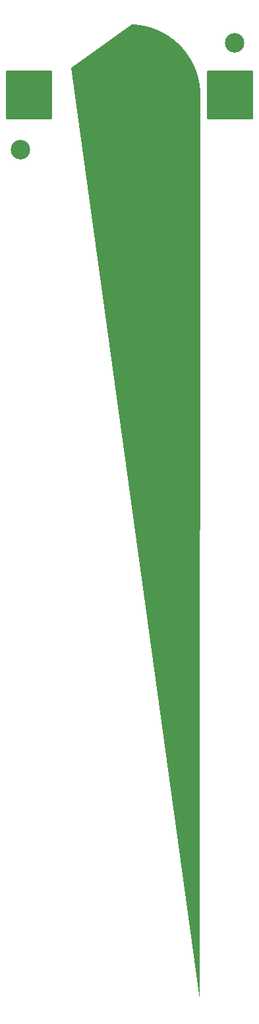
<source format=gbr>
%TF.GenerationSoftware,KiCad,Pcbnew,8.0.8*%
%TF.CreationDate,2025-02-11T09:57:58-05:00*%
%TF.ProjectId,BLERoomSensore,424c4552-6f6f-46d5-9365-6e736f72652e,rev?*%
%TF.SameCoordinates,Original*%
%TF.FileFunction,Soldermask,Bot*%
%TF.FilePolarity,Negative*%
%FSLAX46Y46*%
G04 Gerber Fmt 4.6, Leading zero omitted, Abs format (unit mm)*
G04 Created by KiCad (PCBNEW 8.0.8) date 2025-02-11 09:57:58*
%MOMM*%
%LPD*%
G01*
G04 APERTURE LIST*
G04 Aperture macros list*
%AMRoundRect*
0 Rectangle with rounded corners*
0 $1 Rounding radius*
0 $2 $3 $4 $5 $6 $7 $8 $9 X,Y pos of 4 corners*
0 Add a 4 corners polygon primitive as box body*
4,1,4,$2,$3,$4,$5,$6,$7,$8,$9,$2,$3,0*
0 Add four circle primitives for the rounded corners*
1,1,$1+$1,$2,$3*
1,1,$1+$1,$4,$5*
1,1,$1+$1,$6,$7*
1,1,$1+$1,$8,$9*
0 Add four rect primitives between the rounded corners*
20,1,$1+$1,$2,$3,$4,$5,0*
20,1,$1+$1,$4,$5,$6,$7,0*
20,1,$1+$1,$6,$7,$8,$9,0*
20,1,$1+$1,$8,$9,$2,$3,0*%
%AMFreePoly0*
4,1,576,7.807548,5.596746,8.407674,5.556572,8.414456,5.555890,9.010559,5.475722,9.017281,5.474588,9.606698,5.354784,9.613329,5.353204,10.193428,5.194298,10.199939,5.192278,10.768129,4.994981,10.774490,4.992531,11.328233,4.757724,11.334416,4.754855,11.871239,4.483586,11.877217,4.480310,12.394722,4.173791,12.400468,4.170123,12.896345,3.829723,12.901832,3.825680,13.373865,3.452920,
13.379071,3.448518,13.825152,3.045061,13.830052,3.040323,14.248189,2.607973,14.252762,2.602917,14.641087,2.143603,14.645311,2.138253,15.002091,1.654028,15.005949,1.648408,15.329589,1.141434,15.333063,1.135569,15.622119,0.608110,15.625193,0.602026,15.878372,0.056438,15.881033,0.050163,16.097206,-0.511116,16.099442,-0.517556,16.277643,-1.092021,16.279444,-1.098595,16.418876,-1.683680,
16.420234,-1.690360,16.520276,-2.283451,16.521185,-2.290207,16.581390,-2.888656,16.581845,-2.895458,16.601943,-3.496592,16.601943,-3.503408,16.581845,-4.104542,16.581390,-4.111344,16.521185,-4.709793,16.520276,-4.716549,16.420234,-5.309640,16.418876,-5.316320,16.279444,-5.901405,16.277643,-5.907979,16.099442,-6.482444,16.097206,-6.488884,15.881033,-7.050163,15.878372,-7.056438,15.625193,-7.602026,
15.622119,-7.608110,15.333063,-8.135569,15.329589,-8.141434,15.005949,-8.648408,15.002091,-8.654028,14.645311,-9.138253,14.641087,-9.143603,14.252762,-9.602917,14.248189,-9.607973,13.830052,-10.040323,13.825152,-10.045061,13.379071,-10.448518,13.373865,-10.452920,12.901832,-10.825680,12.896345,-10.829723,12.400468,-11.170123,12.394722,-11.173791,11.877217,-11.480310,11.871239,-11.483586,11.334416,-11.754855,
11.328233,-11.757724,10.774490,-11.992531,10.768129,-11.994981,10.199939,-12.192278,10.193428,-12.194298,9.613329,-12.353204,9.606698,-12.354784,9.017281,-12.474588,9.010559,-12.475722,8.414456,-12.555890,8.407674,-12.556572,7.807548,-12.596746,7.800735,-12.596974,7.199265,-12.596974,7.192452,-12.596746,6.592326,-12.556572,6.585544,-12.555890,5.989441,-12.475722,5.982719,-12.474588,5.393302,-12.354784,
5.386671,-12.353204,4.806572,-12.194298,4.800061,-12.192278,4.231871,-11.994981,4.225510,-11.992531,3.671767,-11.757724,3.665584,-11.754855,3.128761,-11.483586,3.122783,-11.480310,2.605278,-11.173791,2.599532,-11.170123,2.103655,-10.829723,2.098168,-10.825680,1.626135,-10.452920,1.620929,-10.448518,1.174848,-10.045061,1.169948,-10.040323,0.751811,-9.607973,0.747238,-9.602917,0.358913,-9.143603,
0.354689,-9.138253,-0.002091,-8.654028,-0.005949,-8.648408,-0.329589,-8.141434,-0.333063,-8.135569,-0.622119,-7.608110,-0.625193,-7.602026,-0.878372,-7.056438,-0.881033,-7.050163,-1.097206,-6.488884,-1.099442,-6.482444,-1.277643,-5.907979,-1.279444,-5.901405,-1.418876,-5.316320,-1.420234,-5.309640,-1.520276,-4.716549,-1.521185,-4.709793,-1.581390,-4.111344,-1.581845,-4.104542,-1.601943,-3.503408,
-1.601943,-3.500000,0.097061,-3.500000,0.116809,-4.040381,0.175951,-4.577879,0.274170,-5.109623,0.410939,-5.632772,0.585538,-6.144562,0.797020,-6.642221,1.044275,-7.123137,1.325958,-7.584692,1.640602,-8.024485,1.986503,-8.440127,2.361807,-8.829398,2.764532,-9.190242,3.192539,-9.520737,3.643508,-9.819096,4.115059,-10.083743,4.604679,-10.313268,5.109741,-10.506437,5.627541,-10.662220,
6.155358,-10.779796,6.690328,-10.858527,7.148000,-10.892025,7.148000,-9.087320,6.792752,-9.057085,6.784164,-9.055985,6.324026,-8.977087,6.315562,-8.975263,5.863773,-8.857626,5.855495,-8.855091,5.415309,-8.699564,5.407275,-8.696335,4.981865,-8.504037,4.974134,-8.500139,4.566565,-8.272457,4.559193,-8.267918,4.172401,-8.006492,4.165440,-8.001344,3.802211,-7.708058,3.795711,-7.702338,
3.458663,-7.379304,3.452672,-7.373053,3.144234,-7.022599,3.138795,-7.015862,2.861189,-6.640513,2.856341,-6.633340,2.611566,-6.235801,2.607344,-6.228243,2.397165,-5.811378,2.393598,-5.803488,2.219529,-5.370300,2.216645,-5.362137,2.079940,-4.915747,2.077758,-4.907368,1.979401,-4.450994,1.977938,-4.442461,1.918640,-3.979389,1.917906,-3.970762,1.898092,-3.504329,1.898092,-3.500000,
3.597298,-3.500000,3.616091,-3.882529,3.672289,-4.261381,3.765348,-4.632896,3.894371,-4.993493,4.058128,-5.339727,4.255021,-5.668223,4.483169,-5.975844,4.740373,-6.259626,5.024155,-6.516830,5.331776,-6.744978,5.660272,-6.941871,6.006506,-7.105628,6.367103,-7.234651,6.738618,-7.327710,7.117471,-7.383909,7.148000,-7.385408,7.148000,-5.569373,6.914853,-5.518655,6.900890,-5.514555,
6.633525,-5.414833,6.620287,-5.408787,6.369835,-5.272030,6.357592,-5.264162,6.129153,-5.093154,6.118154,-5.083624,5.916376,-4.881846,5.906846,-4.870847,5.735838,-4.642408,5.727970,-4.630165,5.591213,-4.379713,5.585167,-4.366475,5.485445,-4.099110,5.481345,-4.085147,5.420688,-3.806312,5.418617,-3.791907,5.398260,-3.507277,5.398260,-3.492723,5.418617,-3.208093,5.420688,-3.193688,
5.481345,-2.914853,5.485445,-2.900890,5.585167,-2.633525,5.591213,-2.620287,5.727970,-2.369835,5.735838,-2.357592,5.906846,-2.129153,5.916376,-2.118154,6.118154,-1.916376,6.129153,-1.906846,6.357592,-1.735838,6.369835,-1.727970,6.620287,-1.591213,6.633525,-1.585167,6.900890,-1.485445,6.914853,-1.481345,7.193688,-1.420688,7.208093,-1.418617,7.492723,-1.398260,7.507277,-1.398260,
7.791907,-1.418617,7.806312,-1.420688,8.085147,-1.481345,8.099110,-1.485445,8.366475,-1.585167,8.379713,-1.591213,8.630165,-1.727970,8.642408,-1.735838,8.870847,-1.906846,8.881846,-1.916376,9.083624,-2.118154,9.093154,-2.129153,9.264162,-2.357592,9.272030,-2.369835,9.408787,-2.620287,9.414833,-2.633525,9.514555,-2.900890,9.518655,-2.914853,9.579312,-3.193688,9.581383,-3.208093,
9.601740,-3.492723,9.601740,-3.507277,9.581383,-3.791907,9.579312,-3.806312,9.518655,-4.085147,9.514555,-4.099110,9.414833,-4.366475,9.408787,-4.379713,9.272030,-4.630165,9.264162,-4.642408,9.093154,-4.870847,9.083624,-4.881846,8.881846,-5.083624,8.870847,-5.093154,8.642408,-5.264162,8.630165,-5.272030,8.379713,-5.408787,8.366475,-5.414833,8.099110,-5.514555,8.085147,-5.518655,
7.852000,-5.569373,7.852000,-7.385408,7.882528,-7.383909,8.261381,-7.327710,8.632896,-7.234651,8.993493,-7.105628,9.339727,-6.941871,9.668223,-6.744978,9.975844,-6.516830,10.259626,-6.259626,10.516830,-5.975844,10.744978,-5.668223,10.941871,-5.339727,11.105628,-4.993493,11.234651,-4.632896,11.327710,-4.261381,11.383908,-3.882529,11.402701,-3.500000,11.383908,-3.117470,11.327710,-2.738618,
11.234651,-2.367103,11.105628,-2.006506,10.941871,-1.660272,10.744978,-1.331776,10.516830,-1.024155,10.259626,-0.740373,9.975844,-0.483169,9.668223,-0.255021,9.339727,-0.058128,8.993493,0.105628,8.632896,0.234651,8.261381,0.327710,7.882529,0.383908,7.500000,0.402701,7.117470,0.383908,6.738618,0.327710,6.367103,0.234651,6.006506,0.105628,5.660272,-0.058128,5.331776,-0.255021,
5.024155,-0.483169,4.740373,-0.740373,4.483169,-1.024155,4.255021,-1.331776,4.058128,-1.660272,3.894371,-2.006506,3.765348,-2.367103,3.672289,-2.738618,3.616091,-3.117470,3.597298,-3.500000,1.898092,-3.500000,1.898092,-3.495671,1.917906,-3.029238,1.918640,-3.020611,1.977938,-2.557539,1.979401,-2.549006,2.077758,-2.092632,2.079940,-2.084253,2.216645,-1.637863,2.219529,-1.629700,
2.393598,-1.196512,2.397165,-1.188622,2.607344,-0.771757,2.611566,-0.764199,2.856341,-0.366660,2.861189,-0.359487,3.138795,0.015862,3.144234,0.022599,3.452672,0.373053,3.458663,0.379304,3.795711,0.702338,3.802211,0.708058,4.165440,1.001344,4.172401,1.006492,4.559193,1.267918,4.566565,1.272457,4.974134,1.500139,4.981865,1.504037,5.407275,1.696335,5.415309,1.699564,
5.855495,1.855091,5.863773,1.857626,6.315562,1.975263,6.324026,1.977087,6.784164,2.055985,6.792752,2.057085,7.257923,2.096677,7.266573,2.097044,7.733427,2.097044,7.742077,2.096677,8.207248,2.057085,8.215836,2.055985,8.675974,1.977087,8.684438,1.975263,9.136227,1.857626,9.144505,1.855091,9.584691,1.699564,9.592725,1.696335,10.018135,1.504037,10.025866,1.500139,
10.433435,1.272457,10.440807,1.267918,10.827599,1.006492,10.834560,1.001344,11.197789,0.708058,11.204289,0.702338,11.541337,0.379304,11.547328,0.373053,11.855766,0.022599,11.861205,0.015862,12.138811,-0.359487,12.143659,-0.366660,12.388434,-0.764199,12.392656,-0.771757,12.602835,-1.188622,12.606402,-1.196512,12.780471,-1.629700,12.783355,-1.637863,12.920060,-2.084253,12.922242,-2.092632,
13.020599,-2.549006,13.022062,-2.557539,13.081360,-3.020611,13.082094,-3.029238,13.101908,-3.495671,13.101908,-3.504329,13.082094,-3.970762,13.081360,-3.979389,13.022062,-4.442461,13.020599,-4.450994,12.922242,-4.907368,12.920060,-4.915747,12.783355,-5.362137,12.780471,-5.370300,12.606402,-5.803488,12.602835,-5.811378,12.392656,-6.228243,12.388434,-6.235801,12.143659,-6.633340,12.138811,-6.640513,
11.861205,-7.015862,11.855766,-7.022599,11.547328,-7.373053,11.541337,-7.379304,11.204289,-7.702338,11.197789,-7.708058,10.834560,-8.001344,10.827599,-8.006492,10.440807,-8.267918,10.433435,-8.272457,10.025866,-8.500139,10.018135,-8.504037,9.592725,-8.696335,9.584691,-8.699564,9.144505,-8.855091,9.136227,-8.857626,8.684438,-8.975263,8.675974,-8.977087,8.215836,-9.055985,8.207248,-9.057085,
7.852000,-9.087320,7.852000,-10.892025,8.309671,-10.858527,8.844641,-10.779796,9.372458,-10.662220,9.890258,-10.506437,10.395320,-10.313268,10.884940,-10.083743,11.356491,-9.819096,11.807460,-9.520737,12.235467,-9.190242,12.638192,-8.829398,13.013496,-8.440127,13.359397,-8.024485,13.674041,-7.584692,13.955724,-7.123137,14.202979,-6.642221,14.414461,-6.144562,14.589060,-5.632772,14.725829,-5.109623,
14.824048,-4.577879,14.883190,-4.040381,14.902938,-3.500000,14.883190,-2.959618,14.824048,-2.422120,14.725829,-1.890376,14.589060,-1.367227,14.414461,-0.855437,14.202979,-0.357778,13.955724,0.123137,13.674041,0.584692,13.359397,1.024485,13.013496,1.440127,12.638192,1.829398,12.235467,2.190242,11.807460,2.520737,11.356491,2.819096,10.884940,3.083743,10.395320,3.313268,9.890258,3.506437,
9.372458,3.662220,8.844641,3.779796,8.309671,3.858527,7.770368,3.898000,7.229632,3.898000,6.690328,3.858527,6.155358,3.779796,5.627541,3.662220,5.109741,3.506437,4.604679,3.313268,4.115059,3.083743,3.643508,2.819096,3.192539,2.520737,2.764532,2.190242,2.361807,1.829398,1.986503,1.440127,1.640602,1.024485,1.325958,0.584692,1.044275,0.123137,0.797020,-0.357778,
0.585538,-0.855437,0.410939,-1.367227,0.274170,-1.890376,0.175951,-2.422120,0.116809,-2.959618,0.097061,-3.500000,-1.601943,-3.500000,-1.601943,-3.496592,-1.581845,-2.895458,-1.581390,-2.888656,-1.521185,-2.290207,-1.520276,-2.283451,-1.420234,-1.690360,-1.418876,-1.683680,-1.279444,-1.098595,-1.277643,-1.092021,-1.099442,-0.517556,-1.097206,-0.511116,-0.881033,0.050163,-0.878372,0.056438,
-0.625193,0.602026,-0.622119,0.608110,-0.333063,1.135569,-0.329589,1.141434,-0.005949,1.648408,-0.002091,1.654028,0.354689,2.138253,0.358913,2.143603,0.747238,2.602917,0.751811,2.607973,1.169948,3.040323,1.174848,3.045061,1.620929,3.448518,1.626135,3.452920,2.098168,3.825680,2.103655,3.829723,2.599532,4.170123,2.605278,4.173791,3.122783,4.480310,3.128761,4.483586,
3.665584,4.754855,3.671767,4.757724,4.225510,4.992531,4.231871,4.994981,4.800061,5.192278,4.806572,5.194298,5.386671,5.353204,5.393302,5.354784,5.982719,5.474588,5.989441,5.475722,6.585544,5.555890,6.592326,5.556572,7.192452,5.596746,7.199265,5.596974,7.800735,5.596974,7.807548,5.596746,7.807548,5.596746,$1*%
G04 Aperture macros list end*
%ADD10C,2.500000*%
%ADD11RoundRect,0.102000X-2.850000X-3.050000X2.850000X-3.050000X2.850000X3.050000X-2.850000X3.050000X0*%
%ADD12FreePoly0,0.000000*%
%ADD13R,0.850000X0.850000*%
%ADD14O,0.850000X0.850000*%
G04 APERTURE END LIST*
D10*
%TO.C,H2*%
X125374400Y-84429600D03*
%TD*%
%TO.C,H1*%
X152908000Y-70713600D03*
%TD*%
D11*
%TO.C,BT1*%
X152300000Y-77400000D03*
D12*
X131900000Y-73900000D03*
D11*
X126500000Y-77400000D03*
%TD*%
D13*
%TO.C,EXP1*%
X142600000Y-88600000D03*
D14*
X143600000Y-88600000D03*
X144600000Y-88600000D03*
X145600000Y-88600000D03*
%TD*%
M02*

</source>
